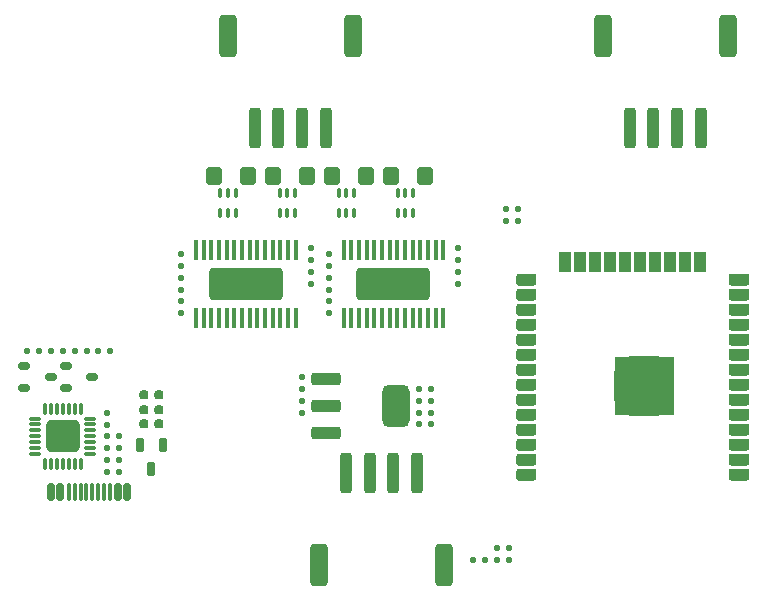
<source format=gtp>
G04*
G04 #@! TF.GenerationSoftware,Altium Limited,Altium Designer,22.7.1 (60)*
G04*
G04 Layer_Color=8421504*
%FSLAX25Y25*%
%MOIN*%
G70*
G04*
G04 #@! TF.SameCoordinates,7CB9B857-8F4B-4039-8A02-01FF8AE3E2CE*
G04*
G04*
G04 #@! TF.FilePolarity,Positive*
G04*
G01*
G75*
G04:AMPARAMS|DCode=17|XSize=13.5mil|YSize=68.2mil|CornerRadius=3.38mil|HoleSize=0mil|Usage=FLASHONLY|Rotation=180.000|XOffset=0mil|YOffset=0mil|HoleType=Round|Shape=RoundedRectangle|*
%AMROUNDEDRECTD17*
21,1,0.01350,0.06145,0,0,180.0*
21,1,0.00675,0.06820,0,0,180.0*
1,1,0.00675,-0.00338,0.03073*
1,1,0.00675,0.00338,0.03073*
1,1,0.00675,0.00338,-0.03073*
1,1,0.00675,-0.00338,-0.03073*
%
%ADD17ROUNDEDRECTD17*%
G04:AMPARAMS|DCode=18|XSize=244.1mil|YSize=108.3mil|CornerRadius=10.83mil|HoleSize=0mil|Usage=FLASHONLY|Rotation=180.000|XOffset=0mil|YOffset=0mil|HoleType=Round|Shape=RoundedRectangle|*
%AMROUNDEDRECTD18*
21,1,0.24410,0.08664,0,0,180.0*
21,1,0.22244,0.10830,0,0,180.0*
1,1,0.02166,-0.11122,0.04332*
1,1,0.02166,0.11122,0.04332*
1,1,0.02166,0.11122,-0.04332*
1,1,0.02166,-0.11122,-0.04332*
%
%ADD18ROUNDEDRECTD18*%
G04:AMPARAMS|DCode=19|XSize=92.13mil|YSize=141.73mil|CornerRadius=23.03mil|HoleSize=0mil|Usage=FLASHONLY|Rotation=180.000|XOffset=0mil|YOffset=0mil|HoleType=Round|Shape=RoundedRectangle|*
%AMROUNDEDRECTD19*
21,1,0.09213,0.09567,0,0,180.0*
21,1,0.04606,0.14173,0,0,180.0*
1,1,0.04606,-0.02303,0.04783*
1,1,0.04606,0.02303,0.04783*
1,1,0.04606,0.02303,-0.04783*
1,1,0.04606,-0.02303,-0.04783*
%
%ADD19ROUNDEDRECTD19*%
G04:AMPARAMS|DCode=20|XSize=98.43mil|YSize=43.31mil|CornerRadius=10.83mil|HoleSize=0mil|Usage=FLASHONLY|Rotation=180.000|XOffset=0mil|YOffset=0mil|HoleType=Round|Shape=RoundedRectangle|*
%AMROUNDEDRECTD20*
21,1,0.09843,0.02165,0,0,180.0*
21,1,0.07677,0.04331,0,0,180.0*
1,1,0.02165,-0.03839,0.01083*
1,1,0.02165,0.03839,0.01083*
1,1,0.02165,0.03839,-0.01083*
1,1,0.02165,-0.03839,-0.01083*
%
%ADD20ROUNDEDRECTD20*%
G04:AMPARAMS|DCode=21|XSize=20mil|YSize=20mil|CornerRadius=5mil|HoleSize=0mil|Usage=FLASHONLY|Rotation=90.000|XOffset=0mil|YOffset=0mil|HoleType=Round|Shape=RoundedRectangle|*
%AMROUNDEDRECTD21*
21,1,0.02000,0.01000,0,0,90.0*
21,1,0.01000,0.02000,0,0,90.0*
1,1,0.01000,0.00500,0.00500*
1,1,0.01000,0.00500,-0.00500*
1,1,0.01000,-0.00500,-0.00500*
1,1,0.01000,-0.00500,0.00500*
%
%ADD21ROUNDEDRECTD21*%
G04:AMPARAMS|DCode=22|XSize=106.3mil|YSize=110.24mil|CornerRadius=13.29mil|HoleSize=0mil|Usage=FLASHONLY|Rotation=90.000|XOffset=0mil|YOffset=0mil|HoleType=Round|Shape=RoundedRectangle|*
%AMROUNDEDRECTD22*
21,1,0.10630,0.08366,0,0,90.0*
21,1,0.07972,0.11024,0,0,90.0*
1,1,0.02657,0.04183,0.03986*
1,1,0.02657,0.04183,-0.03986*
1,1,0.02657,-0.04183,-0.03986*
1,1,0.02657,-0.04183,0.03986*
%
%ADD22ROUNDEDRECTD22*%
G04:AMPARAMS|DCode=23|XSize=12mil|YSize=38mil|CornerRadius=3mil|HoleSize=0mil|Usage=FLASHONLY|Rotation=270.000|XOffset=0mil|YOffset=0mil|HoleType=Round|Shape=RoundedRectangle|*
%AMROUNDEDRECTD23*
21,1,0.01200,0.03200,0,0,270.0*
21,1,0.00600,0.03800,0,0,270.0*
1,1,0.00600,-0.01600,-0.00300*
1,1,0.00600,-0.01600,0.00300*
1,1,0.00600,0.01600,0.00300*
1,1,0.00600,0.01600,-0.00300*
%
%ADD23ROUNDEDRECTD23*%
G04:AMPARAMS|DCode=24|XSize=12mil|YSize=38mil|CornerRadius=3mil|HoleSize=0mil|Usage=FLASHONLY|Rotation=0.000|XOffset=0mil|YOffset=0mil|HoleType=Round|Shape=RoundedRectangle|*
%AMROUNDEDRECTD24*
21,1,0.01200,0.03200,0,0,0.0*
21,1,0.00600,0.03800,0,0,0.0*
1,1,0.00600,0.00300,-0.01600*
1,1,0.00600,-0.00300,-0.01600*
1,1,0.00600,-0.00300,0.01600*
1,1,0.00600,0.00300,0.01600*
%
%ADD24ROUNDEDRECTD24*%
G04:AMPARAMS|DCode=25|XSize=20mil|YSize=20mil|CornerRadius=5mil|HoleSize=0mil|Usage=FLASHONLY|Rotation=0.000|XOffset=0mil|YOffset=0mil|HoleType=Round|Shape=RoundedRectangle|*
%AMROUNDEDRECTD25*
21,1,0.02000,0.01000,0,0,0.0*
21,1,0.01000,0.02000,0,0,0.0*
1,1,0.01000,0.00500,-0.00500*
1,1,0.01000,-0.00500,-0.00500*
1,1,0.01000,-0.00500,0.00500*
1,1,0.01000,0.00500,0.00500*
%
%ADD25ROUNDEDRECTD25*%
G04:AMPARAMS|DCode=26|XSize=55mil|YSize=62mil|CornerRadius=13.75mil|HoleSize=0mil|Usage=FLASHONLY|Rotation=180.000|XOffset=0mil|YOffset=0mil|HoleType=Round|Shape=RoundedRectangle|*
%AMROUNDEDRECTD26*
21,1,0.05500,0.03450,0,0,180.0*
21,1,0.02750,0.06200,0,0,180.0*
1,1,0.02750,-0.01375,0.01725*
1,1,0.02750,0.01375,0.01725*
1,1,0.02750,0.01375,-0.01725*
1,1,0.02750,-0.01375,-0.01725*
%
%ADD26ROUNDEDRECTD26*%
G04:AMPARAMS|DCode=27|XSize=30mil|YSize=30mil|CornerRadius=7.5mil|HoleSize=0mil|Usage=FLASHONLY|Rotation=0.000|XOffset=0mil|YOffset=0mil|HoleType=Round|Shape=RoundedRectangle|*
%AMROUNDEDRECTD27*
21,1,0.03000,0.01500,0,0,0.0*
21,1,0.01500,0.03000,0,0,0.0*
1,1,0.01500,0.00750,-0.00750*
1,1,0.01500,-0.00750,-0.00750*
1,1,0.01500,-0.00750,0.00750*
1,1,0.01500,0.00750,0.00750*
%
%ADD27ROUNDEDRECTD27*%
G04:AMPARAMS|DCode=28|XSize=49.21mil|YSize=27.56mil|CornerRadius=6.89mil|HoleSize=0mil|Usage=FLASHONLY|Rotation=90.000|XOffset=0mil|YOffset=0mil|HoleType=Round|Shape=RoundedRectangle|*
%AMROUNDEDRECTD28*
21,1,0.04921,0.01378,0,0,90.0*
21,1,0.03543,0.02756,0,0,90.0*
1,1,0.01378,0.00689,0.01772*
1,1,0.01378,0.00689,-0.01772*
1,1,0.01378,-0.00689,-0.01772*
1,1,0.01378,-0.00689,0.01772*
%
%ADD28ROUNDEDRECTD28*%
G04:AMPARAMS|DCode=29|XSize=39.4mil|YSize=65mil|CornerRadius=9.85mil|HoleSize=0mil|Usage=FLASHONLY|Rotation=90.000|XOffset=0mil|YOffset=0mil|HoleType=Round|Shape=RoundedRectangle|*
%AMROUNDEDRECTD29*
21,1,0.03940,0.04530,0,0,90.0*
21,1,0.01970,0.06500,0,0,90.0*
1,1,0.01970,0.02265,0.00985*
1,1,0.01970,0.02265,-0.00985*
1,1,0.01970,-0.02265,-0.00985*
1,1,0.01970,-0.02265,0.00985*
%
%ADD29ROUNDEDRECTD29*%
G04:AMPARAMS|DCode=30|XSize=65mil|YSize=39.4mil|CornerRadius=9.85mil|HoleSize=0mil|Usage=FLASHONLY|Rotation=90.000|XOffset=0mil|YOffset=0mil|HoleType=Round|Shape=RoundedRectangle|*
%AMROUNDEDRECTD30*
21,1,0.06500,0.01970,0,0,90.0*
21,1,0.04530,0.03940,0,0,90.0*
1,1,0.01970,0.00985,0.02265*
1,1,0.01970,0.00985,-0.02265*
1,1,0.01970,-0.00985,-0.02265*
1,1,0.01970,-0.00985,0.02265*
%
%ADD30ROUNDEDRECTD30*%
G04:AMPARAMS|DCode=31|XSize=196.9mil|YSize=196.9mil|CornerRadius=49.23mil|HoleSize=0mil|Usage=FLASHONLY|Rotation=0.000|XOffset=0mil|YOffset=0mil|HoleType=Round|Shape=RoundedRectangle|*
%AMROUNDEDRECTD31*
21,1,0.19690,0.09845,0,0,0.0*
21,1,0.09845,0.19690,0,0,0.0*
1,1,0.09845,0.04923,-0.04923*
1,1,0.09845,-0.04923,-0.04923*
1,1,0.09845,-0.04923,0.04923*
1,1,0.09845,0.04923,0.04923*
%
%ADD31ROUNDEDRECTD31*%
G04:AMPARAMS|DCode=32|XSize=13.78mil|YSize=30.71mil|CornerRadius=3.45mil|HoleSize=0mil|Usage=FLASHONLY|Rotation=0.000|XOffset=0mil|YOffset=0mil|HoleType=Round|Shape=RoundedRectangle|*
%AMROUNDEDRECTD32*
21,1,0.01378,0.02382,0,0,0.0*
21,1,0.00689,0.03071,0,0,0.0*
1,1,0.00689,0.00345,-0.01191*
1,1,0.00689,-0.00345,-0.01191*
1,1,0.00689,-0.00345,0.01191*
1,1,0.00689,0.00345,0.01191*
%
%ADD32ROUNDEDRECTD32*%
G04:AMPARAMS|DCode=33|XSize=23.62mil|YSize=39.37mil|CornerRadius=5.91mil|HoleSize=0mil|Usage=FLASHONLY|Rotation=90.000|XOffset=0mil|YOffset=0mil|HoleType=Round|Shape=RoundedRectangle|*
%AMROUNDEDRECTD33*
21,1,0.02362,0.02756,0,0,90.0*
21,1,0.01181,0.03937,0,0,90.0*
1,1,0.01181,0.01378,0.00591*
1,1,0.01181,0.01378,-0.00591*
1,1,0.01181,-0.01378,-0.00591*
1,1,0.01181,-0.01378,0.00591*
%
%ADD33ROUNDEDRECTD33*%
G04:AMPARAMS|DCode=34|XSize=23.6mil|YSize=57.1mil|CornerRadius=5.9mil|HoleSize=0mil|Usage=FLASHONLY|Rotation=0.000|XOffset=0mil|YOffset=0mil|HoleType=Round|Shape=RoundedRectangle|*
%AMROUNDEDRECTD34*
21,1,0.02360,0.04530,0,0,0.0*
21,1,0.01180,0.05710,0,0,0.0*
1,1,0.01180,0.00590,-0.02265*
1,1,0.01180,-0.00590,-0.02265*
1,1,0.01180,-0.00590,0.02265*
1,1,0.01180,0.00590,0.02265*
%
%ADD34ROUNDEDRECTD34*%
G04:AMPARAMS|DCode=35|XSize=11.8mil|YSize=57.1mil|CornerRadius=2.95mil|HoleSize=0mil|Usage=FLASHONLY|Rotation=0.000|XOffset=0mil|YOffset=0mil|HoleType=Round|Shape=RoundedRectangle|*
%AMROUNDEDRECTD35*
21,1,0.01180,0.05120,0,0,0.0*
21,1,0.00590,0.05710,0,0,0.0*
1,1,0.00590,0.00295,-0.02560*
1,1,0.00590,-0.00295,-0.02560*
1,1,0.00590,-0.00295,0.02560*
1,1,0.00590,0.00295,0.02560*
%
%ADD35ROUNDEDRECTD35*%
G04:AMPARAMS|DCode=36|XSize=39.37mil|YSize=133.86mil|CornerRadius=9.84mil|HoleSize=0mil|Usage=FLASHONLY|Rotation=180.000|XOffset=0mil|YOffset=0mil|HoleType=Round|Shape=RoundedRectangle|*
%AMROUNDEDRECTD36*
21,1,0.03937,0.11417,0,0,180.0*
21,1,0.01968,0.13386,0,0,180.0*
1,1,0.01968,-0.00984,0.05709*
1,1,0.01968,0.00984,0.05709*
1,1,0.01968,0.00984,-0.05709*
1,1,0.01968,-0.00984,-0.05709*
%
%ADD36ROUNDEDRECTD36*%
G04:AMPARAMS|DCode=37|XSize=59.06mil|YSize=141.73mil|CornerRadius=14.76mil|HoleSize=0mil|Usage=FLASHONLY|Rotation=180.000|XOffset=0mil|YOffset=0mil|HoleType=Round|Shape=RoundedRectangle|*
%AMROUNDEDRECTD37*
21,1,0.05906,0.11220,0,0,180.0*
21,1,0.02953,0.14173,0,0,180.0*
1,1,0.02953,-0.01476,0.05610*
1,1,0.02953,0.01476,0.05610*
1,1,0.02953,0.01476,-0.05610*
1,1,0.02953,-0.01476,-0.05610*
%
%ADD37ROUNDEDRECTD37*%
G36*
X301042Y139528D02*
X297102D01*
Y146028D01*
X301042D01*
Y139528D01*
D02*
G37*
G36*
X296042D02*
X292102D01*
Y146028D01*
X296042D01*
Y139528D01*
D02*
G37*
G36*
X291042D02*
X287102D01*
Y146028D01*
X291042D01*
Y139528D01*
D02*
G37*
G36*
X281042D02*
X277102D01*
Y146028D01*
X281042D01*
Y139528D01*
D02*
G37*
G36*
X276042D02*
X272102D01*
Y146028D01*
X276042D01*
Y139528D01*
D02*
G37*
G36*
X266042D02*
X262102D01*
Y146028D01*
X266042D01*
Y139528D01*
D02*
G37*
G36*
X256042D02*
X252102D01*
Y146028D01*
X256042D01*
Y139528D01*
D02*
G37*
G36*
X286042Y139528D02*
X282102D01*
Y146028D01*
X286042D01*
Y139528D01*
D02*
G37*
G36*
X271042D02*
X267102Y139528D01*
Y146028D01*
X271042D01*
Y139528D01*
D02*
G37*
G36*
X261042D02*
X257102D01*
Y146028D01*
X261042D01*
Y139528D01*
D02*
G37*
G36*
X315252Y138848D02*
Y134908D01*
X308752D01*
X308752Y138848D01*
X315252Y138848D01*
D02*
G37*
G36*
X244382Y134908D02*
X237892D01*
Y138848D01*
X244382D01*
Y134908D01*
D02*
G37*
G36*
X315252Y129908D02*
X308752D01*
Y133848D01*
X315252D01*
Y129908D01*
D02*
G37*
G36*
X244382D02*
X237892D01*
Y133848D01*
X244382D01*
Y129908D01*
D02*
G37*
G36*
X315252Y124908D02*
X308752D01*
Y128848D01*
X315252D01*
Y124908D01*
D02*
G37*
G36*
X244382D02*
X237892D01*
Y128848D01*
X244382D01*
Y124908D01*
D02*
G37*
G36*
Y119908D02*
X237892D01*
Y123848D01*
X244382D01*
Y119908D01*
D02*
G37*
G36*
X315252D02*
X308752Y119908D01*
Y123848D01*
X315252Y123848D01*
Y119908D01*
D02*
G37*
G36*
X315252Y114908D02*
X308752D01*
Y118848D01*
X315252Y118848D01*
X315252Y114908D01*
D02*
G37*
G36*
X244382D02*
X237892D01*
Y118848D01*
X244382D01*
Y114908D01*
D02*
G37*
G36*
X315252Y109908D02*
X308752Y109908D01*
Y113848D01*
X315252D01*
Y109908D01*
D02*
G37*
G36*
X244382D02*
X237892D01*
Y113848D01*
X244382D01*
Y109908D01*
D02*
G37*
G36*
X290212Y105848D02*
X284982D01*
Y111088D01*
X290212D01*
Y105848D01*
D02*
G37*
G36*
X283122D02*
X277892D01*
Y111088D01*
X283122D01*
Y105848D01*
D02*
G37*
G36*
X276042D02*
X270802D01*
Y111088D01*
X276042D01*
Y105848D01*
D02*
G37*
G36*
X315252Y104908D02*
X308752D01*
Y108848D01*
X315252D01*
Y104908D01*
D02*
G37*
G36*
X244382D02*
X237892D01*
Y108848D01*
X244382D01*
Y104908D01*
D02*
G37*
G36*
X315252Y103848D02*
Y99908D01*
X308752D01*
Y103848D01*
X315252Y103848D01*
D02*
G37*
G36*
X244382Y99908D02*
X237892D01*
Y103848D01*
X244382Y103848D01*
Y99908D01*
D02*
G37*
G36*
X290212Y98768D02*
X284982Y98768D01*
Y103998D01*
X290212D01*
X290212Y98768D01*
D02*
G37*
G36*
X283122Y98768D02*
X277892D01*
Y103998D01*
X283122D01*
Y98768D01*
D02*
G37*
G36*
X276042D02*
X270802D01*
Y103998D01*
X276042D01*
Y98768D01*
D02*
G37*
G36*
X244382Y94908D02*
X237892D01*
Y98848D01*
X244382D01*
Y94908D01*
D02*
G37*
G36*
X315252D02*
X308752Y94908D01*
X308752Y98848D01*
X315252D01*
Y94908D01*
D02*
G37*
G36*
X290212Y91678D02*
X284982D01*
Y96918D01*
X290212D01*
Y91678D01*
D02*
G37*
G36*
X276042D02*
X270802D01*
Y96918D01*
X276042D01*
Y91678D01*
D02*
G37*
G36*
X283122D02*
X277892Y91678D01*
Y96918D01*
X283122Y96918D01*
Y91678D01*
D02*
G37*
G36*
X315252Y89908D02*
X308752D01*
Y93848D01*
X315252Y93848D01*
X315252Y89908D01*
D02*
G37*
G36*
X244382D02*
X237892D01*
Y93848D01*
X244382D01*
Y89908D01*
D02*
G37*
G36*
X315252Y84908D02*
X308752Y84908D01*
Y88848D01*
X315252D01*
Y84908D01*
D02*
G37*
G36*
X244382D02*
X237892D01*
Y88848D01*
X244382D01*
Y84908D01*
D02*
G37*
G36*
X315252Y79908D02*
X308752D01*
Y83848D01*
X315252D01*
Y79908D01*
D02*
G37*
G36*
X244382D02*
X237892D01*
Y83848D01*
X244382D01*
Y79908D01*
D02*
G37*
G36*
X315252Y78848D02*
Y74908D01*
X308752D01*
Y78848D01*
X315252Y78848D01*
D02*
G37*
G36*
X244382Y74908D02*
X237892D01*
X237892Y78848D01*
X244382D01*
Y74908D01*
D02*
G37*
G36*
X315252Y69908D02*
X308752D01*
Y73848D01*
X315252D01*
Y69908D01*
D02*
G37*
G36*
X244382D02*
X237892D01*
Y73848D01*
X244382D01*
Y69908D01*
D02*
G37*
D17*
X164268Y146713D02*
D03*
X161708D02*
D03*
X159158D02*
D03*
X156598D02*
D03*
X154038D02*
D03*
X151478D02*
D03*
X148918D02*
D03*
X146358D02*
D03*
X143798D02*
D03*
X141238D02*
D03*
X138678D02*
D03*
X136118D02*
D03*
X133558D02*
D03*
X131008D02*
D03*
X164268Y124153D02*
D03*
X161708D02*
D03*
X159158D02*
D03*
X156598D02*
D03*
X154038D02*
D03*
X151478D02*
D03*
X148918D02*
D03*
X146358D02*
D03*
X143798D02*
D03*
X141238D02*
D03*
X138678D02*
D03*
X136118D02*
D03*
X133558D02*
D03*
X131008D02*
D03*
X180220D02*
D03*
X182770D02*
D03*
X185330D02*
D03*
X187890D02*
D03*
X190450D02*
D03*
X193010D02*
D03*
X195570D02*
D03*
X198130D02*
D03*
X200690D02*
D03*
X203250D02*
D03*
X205810D02*
D03*
X208370D02*
D03*
X210920D02*
D03*
X213480D02*
D03*
X180220Y146713D02*
D03*
X182770D02*
D03*
X185330D02*
D03*
X187890D02*
D03*
X190450D02*
D03*
X193010D02*
D03*
X195570D02*
D03*
X198130D02*
D03*
X200690D02*
D03*
X203250D02*
D03*
X205810D02*
D03*
X208370D02*
D03*
X210920D02*
D03*
X213480D02*
D03*
D18*
X147638Y135433D02*
D03*
X196850D02*
D03*
D19*
X197598Y94685D02*
D03*
D20*
X174213Y85630D02*
D03*
Y94685D02*
D03*
Y103740D02*
D03*
D21*
X234221Y156496D02*
D03*
X238221D02*
D03*
X234221Y160433D02*
D03*
X238221D02*
D03*
X105347Y72835D02*
D03*
X101347D02*
D03*
Y76772D02*
D03*
X105347D02*
D03*
X98394Y113189D02*
D03*
X102394D02*
D03*
X205388Y92547D02*
D03*
X209388D02*
D03*
X205388Y88610D02*
D03*
X209388D02*
D03*
X205388Y96484D02*
D03*
X209388D02*
D03*
X205388Y100421D02*
D03*
X209388D02*
D03*
X231268Y43307D02*
D03*
X235268D02*
D03*
X231268Y47244D02*
D03*
X235268D02*
D03*
X90520Y113189D02*
D03*
X94520D02*
D03*
X82646D02*
D03*
X86646D02*
D03*
X227394Y43307D02*
D03*
X223394D02*
D03*
X78772Y113189D02*
D03*
X74772D02*
D03*
D22*
X86614Y84646D02*
D03*
D23*
X77464Y78740D02*
D03*
Y80709D02*
D03*
Y82677D02*
D03*
Y84646D02*
D03*
Y86614D02*
D03*
Y88583D02*
D03*
Y90551D02*
D03*
X95764D02*
D03*
Y88583D02*
D03*
Y86614D02*
D03*
Y84646D02*
D03*
Y82677D02*
D03*
Y80709D02*
D03*
Y78740D02*
D03*
D24*
X80709Y93796D02*
D03*
X82677D02*
D03*
X84646D02*
D03*
X86614D02*
D03*
X88583D02*
D03*
X90551D02*
D03*
X92520D02*
D03*
Y75496D02*
D03*
X90551D02*
D03*
X88583D02*
D03*
X86614D02*
D03*
X84646D02*
D03*
X82677D02*
D03*
X80709D02*
D03*
D25*
X175197Y129559D02*
D03*
Y125559D02*
D03*
X175197Y141307D02*
D03*
Y145307D02*
D03*
Y133433D02*
D03*
Y137433D02*
D03*
X218504Y139402D02*
D03*
Y135402D02*
D03*
Y143276D02*
D03*
Y147276D02*
D03*
X125984Y133433D02*
D03*
Y137433D02*
D03*
Y141307D02*
D03*
Y145307D02*
D03*
Y129559D02*
D03*
Y125559D02*
D03*
X169291Y139402D02*
D03*
Y135402D02*
D03*
X166339Y92488D02*
D03*
Y96488D02*
D03*
Y100362D02*
D03*
Y104362D02*
D03*
X169291Y143276D02*
D03*
Y147276D02*
D03*
X101378Y88551D02*
D03*
Y92551D02*
D03*
X105315Y80677D02*
D03*
Y84677D02*
D03*
X101378Y84677D02*
D03*
Y80677D02*
D03*
D26*
X187598Y171260D02*
D03*
X176378D02*
D03*
X207283D02*
D03*
X196063D02*
D03*
X148228D02*
D03*
X137008D02*
D03*
X167913D02*
D03*
X156693D02*
D03*
D27*
X118701Y93504D02*
D03*
X113582D02*
D03*
Y88582D02*
D03*
X118701D02*
D03*
X113582Y98425D02*
D03*
X118701D02*
D03*
D28*
X116142Y73819D02*
D03*
X112402Y81693D02*
D03*
X119882D02*
D03*
D29*
X312002Y71878D02*
D03*
Y76878D02*
D03*
Y81878D02*
D03*
Y86878D02*
D03*
Y91878D02*
D03*
Y96878D02*
D03*
Y101878D02*
D03*
Y106878D02*
D03*
Y111878D02*
D03*
Y116878D02*
D03*
Y121878D02*
D03*
Y126878D02*
D03*
Y131878D02*
D03*
Y136878D02*
D03*
X241142D02*
D03*
X241142Y131878D02*
D03*
Y126878D02*
D03*
X241142Y121878D02*
D03*
X241142Y116878D02*
D03*
Y111878D02*
D03*
Y106878D02*
D03*
Y101878D02*
D03*
X241142Y96878D02*
D03*
X241142Y91878D02*
D03*
Y86878D02*
D03*
Y81878D02*
D03*
Y76878D02*
D03*
X241142Y71878D02*
D03*
D30*
X299072Y142778D02*
D03*
X294072D02*
D03*
X289072D02*
D03*
X284072D02*
D03*
X279072D02*
D03*
X274072D02*
D03*
X269072D02*
D03*
X264072Y142778D02*
D03*
X259072Y142778D02*
D03*
X254072D02*
D03*
D31*
X280512Y101378D02*
D03*
D32*
X158858Y159095D02*
D03*
X161417D02*
D03*
X163976D02*
D03*
Y165709D02*
D03*
X161417D02*
D03*
X158858D02*
D03*
X139173Y159095D02*
D03*
X141732D02*
D03*
X144291D02*
D03*
Y165709D02*
D03*
X141732Y165709D02*
D03*
X139173Y165709D02*
D03*
X198228Y159095D02*
D03*
X200787D02*
D03*
X203346D02*
D03*
Y165709D02*
D03*
X200787D02*
D03*
X198228D02*
D03*
X178543Y159095D02*
D03*
X181102D02*
D03*
X183661D02*
D03*
Y165709D02*
D03*
X181102D02*
D03*
X178543D02*
D03*
D33*
X96457Y104331D02*
D03*
X87614Y108071D02*
D03*
Y100591D02*
D03*
X82677Y104331D02*
D03*
X73835Y108071D02*
D03*
Y100591D02*
D03*
D34*
X108152Y66132D02*
D03*
X105122D02*
D03*
X85822D02*
D03*
X82772D02*
D03*
D35*
X102362D02*
D03*
X100392D02*
D03*
X98422D02*
D03*
X96452D02*
D03*
X94492D02*
D03*
X92522D02*
D03*
X90552D02*
D03*
X88582D02*
D03*
D36*
X204724Y72441D02*
D03*
X196850D02*
D03*
X181102D02*
D03*
X188976Y72441D02*
D03*
X275591Y187402D02*
D03*
X283465D02*
D03*
X299213D02*
D03*
X291339Y187402D02*
D03*
X150591Y187402D02*
D03*
X158465D02*
D03*
X174213D02*
D03*
X166339Y187402D02*
D03*
D37*
X172047Y41733D02*
D03*
X213779D02*
D03*
X308268Y218110D02*
D03*
X266535D02*
D03*
X183268D02*
D03*
X141535D02*
D03*
M02*

</source>
